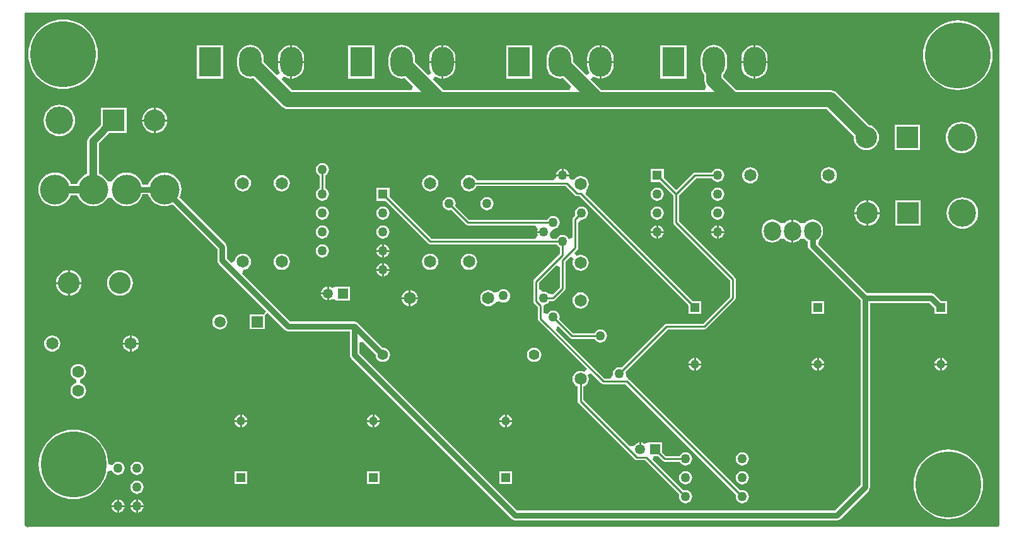
<source format=gbl>
G04 Layer_Physical_Order=2*
G04 Layer_Color=16711680*
%FSLAX25Y25*%
%MOIN*%
G70*
G01*
G75*
%ADD14C,0.01000*%
%ADD15C,0.08000*%
%ADD16C,0.05000*%
%ADD17R,0.05000X0.05000*%
%ADD18C,0.05512*%
%ADD19C,0.06299*%
%ADD20C,0.06496*%
%ADD21C,0.04724*%
%ADD22R,0.04724X0.04724*%
%ADD23C,0.05906*%
%ADD24R,0.05906X0.05906*%
%ADD25R,0.05315X0.05315*%
%ADD26C,0.05315*%
%ADD27C,0.11500*%
%ADD28C,0.34724*%
%ADD29R,0.11811X0.15748*%
%ADD30O,0.11811X0.15748*%
%ADD31C,0.11417*%
%ADD32R,0.11417X0.11417*%
%ADD33C,0.14567*%
%ADD34C,0.15748*%
%ADD35O,0.09055X0.10000*%
%ADD36C,0.03000*%
%ADD37C,0.04000*%
G36*
X616000Y230000D02*
X615586Y229000D01*
X102500D01*
X102348Y228848D01*
X100500Y229613D01*
Y500000D01*
X100914Y501000D01*
X616000D01*
Y230000D01*
D02*
G37*
%LPC*%
G36*
X160987Y325500D02*
X157268D01*
Y321781D01*
X157877Y321861D01*
X158910Y322289D01*
X159797Y322970D01*
X160478Y323858D01*
X160906Y324891D01*
X160987Y325500D01*
D02*
G37*
G36*
X156268Y330219D02*
X155659Y330139D01*
X154625Y329711D01*
X153738Y329030D01*
X153057Y328142D01*
X152629Y327109D01*
X152549Y326500D01*
X156268D01*
Y330219D01*
D02*
G37*
G36*
X115232Y330285D02*
X114123Y330139D01*
X113090Y329711D01*
X112203Y329030D01*
X111522Y328142D01*
X111094Y327109D01*
X110948Y326000D01*
X111094Y324891D01*
X111522Y323858D01*
X112203Y322970D01*
X113090Y322289D01*
X114123Y321861D01*
X115232Y321715D01*
X116341Y321861D01*
X117375Y322289D01*
X118262Y322970D01*
X118943Y323858D01*
X119371Y324891D01*
X119517Y326000D01*
X119371Y327109D01*
X118943Y328142D01*
X118262Y329030D01*
X117375Y329711D01*
X116341Y330139D01*
X115232Y330285D01*
D02*
G37*
G36*
X156268Y325500D02*
X152549D01*
X152629Y324891D01*
X153057Y323858D01*
X153738Y322970D01*
X154625Y322289D01*
X155659Y321861D01*
X156268Y321781D01*
Y325500D01*
D02*
G37*
G36*
X335500Y415052D02*
X334391Y414906D01*
X333358Y414478D01*
X332470Y413798D01*
X331789Y412910D01*
X331361Y411877D01*
X331215Y410768D01*
X331361Y409659D01*
X331789Y408625D01*
X332470Y407738D01*
X333358Y407057D01*
X334391Y406629D01*
X335500Y406483D01*
X336609Y406629D01*
X337642Y407057D01*
X338530Y407738D01*
X339211Y408625D01*
X339464Y409238D01*
X386652D01*
X391452Y404438D01*
X391948Y404107D01*
X392533Y403990D01*
X393847D01*
X451638Y346199D01*
Y341638D01*
X458362D01*
Y348362D01*
X453801D01*
X397334Y404829D01*
X397530Y407238D01*
X398211Y408125D01*
X398639Y409159D01*
X398785Y410268D01*
X398639Y411377D01*
X398211Y412410D01*
X397530Y413297D01*
X396642Y413978D01*
X395609Y414406D01*
X394500Y414552D01*
X393391Y414406D01*
X392358Y413978D01*
X391470Y413297D01*
X391065Y412769D01*
X389356Y412835D01*
X389210Y412879D01*
X388410Y414086D01*
X388464Y414500D01*
X381536D01*
X381562Y414297D01*
X381486Y413946D01*
X380267Y412297D01*
X339464D01*
X339211Y412910D01*
X338530Y413798D01*
X337642Y414478D01*
X336609Y414906D01*
X335500Y415052D01*
D02*
G37*
G36*
X523362Y348362D02*
X516638D01*
Y341638D01*
X523362D01*
Y348362D01*
D02*
G37*
G36*
X157268Y330219D02*
Y326500D01*
X160987D01*
X160906Y327109D01*
X160478Y328142D01*
X159797Y329030D01*
X158910Y329711D01*
X157877Y330139D01*
X157268Y330219D01*
D02*
G37*
G36*
X203815Y341487D02*
X202783Y341351D01*
X201821Y340953D01*
X200996Y340319D01*
X200362Y339493D01*
X199964Y338532D01*
X199828Y337500D01*
X199964Y336468D01*
X200362Y335507D01*
X200996Y334681D01*
X201821Y334047D01*
X202783Y333649D01*
X203815Y333513D01*
X204847Y333649D01*
X205808Y334047D01*
X206634Y334681D01*
X207268Y335507D01*
X207666Y336468D01*
X207802Y337500D01*
X207666Y338532D01*
X207268Y339493D01*
X206634Y340319D01*
X205808Y340953D01*
X204847Y341351D01*
X203815Y341487D01*
D02*
G37*
G36*
X370000Y323788D02*
X369020Y323659D01*
X368106Y323281D01*
X367321Y322679D01*
X366719Y321894D01*
X366341Y320981D01*
X366212Y320000D01*
X366341Y319020D01*
X366719Y318106D01*
X367321Y317321D01*
X368106Y316719D01*
X369020Y316341D01*
X370000Y316212D01*
X370981Y316341D01*
X371894Y316719D01*
X372679Y317321D01*
X373281Y318106D01*
X373659Y319020D01*
X373788Y320000D01*
X373659Y320981D01*
X373281Y321894D01*
X372679Y322679D01*
X371894Y323281D01*
X370981Y323659D01*
X370000Y323788D01*
D02*
G37*
G36*
X454500Y318325D02*
X454122Y318276D01*
X453304Y317937D01*
X452602Y317398D01*
X452063Y316696D01*
X451724Y315878D01*
X451675Y315500D01*
X454500D01*
Y318325D01*
D02*
G37*
G36*
X519500D02*
X519122Y318276D01*
X518304Y317937D01*
X517602Y317398D01*
X517063Y316696D01*
X516724Y315878D01*
X516675Y315500D01*
X519500D01*
Y318325D01*
D02*
G37*
G36*
X523325Y314500D02*
X520500D01*
Y311675D01*
X520878Y311724D01*
X521696Y312063D01*
X522398Y312602D01*
X522937Y313304D01*
X523276Y314122D01*
X523325Y314500D01*
D02*
G37*
G36*
X588325D02*
X585500D01*
Y311675D01*
X585878Y311724D01*
X586696Y312063D01*
X587398Y312602D01*
X587937Y313304D01*
X588276Y314122D01*
X588325Y314500D01*
D02*
G37*
G36*
X520500Y318325D02*
Y315500D01*
X523325D01*
X523276Y315878D01*
X522937Y316696D01*
X522398Y317398D01*
X521696Y317937D01*
X520878Y318276D01*
X520500Y318325D01*
D02*
G37*
G36*
X585500D02*
Y315500D01*
X588325D01*
X588276Y315878D01*
X587937Y316696D01*
X587398Y317398D01*
X586696Y317937D01*
X585878Y318276D01*
X585500Y318325D01*
D02*
G37*
G36*
X584500D02*
X584122Y318276D01*
X583304Y317937D01*
X582602Y317398D01*
X582063Y316696D01*
X581724Y315878D01*
X581675Y315500D01*
X584500D01*
Y318325D01*
D02*
G37*
G36*
X455500D02*
Y315500D01*
X458325D01*
X458276Y315878D01*
X457937Y316696D01*
X457398Y317398D01*
X456696Y317937D01*
X455878Y318276D01*
X455500Y318325D01*
D02*
G37*
G36*
X265216Y356157D02*
X264818Y355897D01*
X263216Y355409D01*
X262844Y355695D01*
X261955Y356063D01*
X261500Y356123D01*
Y352500D01*
Y348877D01*
X261955Y348937D01*
X262844Y349305D01*
X263216Y349591D01*
X264818Y349102D01*
X265216Y348843D01*
X265325Y348843D01*
X272532D01*
Y356157D01*
X265325D01*
X265216Y356157D01*
D02*
G37*
G36*
X123500Y364733D02*
X122677Y364652D01*
X121404Y364266D01*
X120232Y363640D01*
X119204Y362796D01*
X118360Y361768D01*
X117734Y360596D01*
X117348Y359323D01*
X117267Y358500D01*
X123500D01*
Y364733D01*
D02*
G37*
G36*
X260500Y356123D02*
X260045Y356063D01*
X259156Y355695D01*
X258391Y355109D01*
X257805Y354345D01*
X257437Y353455D01*
X257377Y353000D01*
X260500D01*
Y356123D01*
D02*
G37*
G36*
X353740Y354790D02*
X352826Y354670D01*
X351975Y354317D01*
X351244Y353756D01*
X351003Y353441D01*
X349342Y353131D01*
X348587Y353191D01*
X347910Y353711D01*
X346877Y354139D01*
X345768Y354285D01*
X344659Y354139D01*
X343625Y353711D01*
X342738Y353030D01*
X342057Y352142D01*
X341629Y351109D01*
X341483Y350000D01*
X341629Y348891D01*
X342057Y347858D01*
X342738Y346970D01*
X343625Y346289D01*
X344659Y345861D01*
X345768Y345715D01*
X346877Y345861D01*
X347910Y346289D01*
X348797Y346970D01*
X349478Y347858D01*
X349894Y348071D01*
X351754Y348372D01*
X351975Y348203D01*
X352826Y347850D01*
X353740Y347730D01*
X354654Y347850D01*
X355505Y348203D01*
X356236Y348764D01*
X356797Y349495D01*
X357150Y350346D01*
X357270Y351260D01*
X357150Y352173D01*
X356797Y353025D01*
X356236Y353756D01*
X355505Y354317D01*
X354654Y354670D01*
X353740Y354790D01*
D02*
G37*
G36*
X293464Y364500D02*
X290500D01*
Y361536D01*
X290914Y361590D01*
X291765Y361943D01*
X292496Y362504D01*
X293057Y363235D01*
X293410Y364086D01*
X293464Y364500D01*
D02*
G37*
G36*
X236500Y373517D02*
X235391Y373371D01*
X234358Y372943D01*
X233470Y372262D01*
X232789Y371375D01*
X232361Y370341D01*
X232215Y369232D01*
X232361Y368123D01*
X232789Y367090D01*
X233470Y366203D01*
X234358Y365522D01*
X235391Y365094D01*
X236500Y364948D01*
X237609Y365094D01*
X238642Y365522D01*
X239530Y366203D01*
X240211Y367090D01*
X240639Y368123D01*
X240785Y369232D01*
X240639Y370341D01*
X240211Y371375D01*
X239530Y372262D01*
X238642Y372943D01*
X237609Y373371D01*
X236500Y373517D01*
D02*
G37*
G36*
X124500Y364733D02*
Y358500D01*
X130733D01*
X130652Y359323D01*
X130266Y360596D01*
X129640Y361768D01*
X128796Y362796D01*
X127768Y363640D01*
X126596Y364266D01*
X125323Y364652D01*
X124500Y364733D01*
D02*
G37*
G36*
X289500Y364500D02*
X286536D01*
X286590Y364086D01*
X286943Y363235D01*
X287504Y362504D01*
X288235Y361943D01*
X289086Y361590D01*
X289500Y361536D01*
Y364500D01*
D02*
G37*
G36*
X130733Y357500D02*
X124500D01*
Y351267D01*
X125323Y351348D01*
X126596Y351734D01*
X127768Y352360D01*
X128796Y353204D01*
X129640Y354232D01*
X130266Y355404D01*
X130652Y356677D01*
X130733Y357500D01*
D02*
G37*
G36*
X308451Y349500D02*
X304732D01*
Y345781D01*
X305341Y345861D01*
X306375Y346289D01*
X307262Y346970D01*
X307943Y347858D01*
X308371Y348891D01*
X308451Y349500D01*
D02*
G37*
G36*
X260500Y352000D02*
X257377D01*
X257437Y351545D01*
X257805Y350656D01*
X258391Y349891D01*
X259156Y349305D01*
X260045Y348937D01*
X260500Y348877D01*
Y352000D01*
D02*
G37*
G36*
X394500Y353052D02*
X393391Y352906D01*
X392358Y352478D01*
X391470Y351797D01*
X390789Y350910D01*
X390361Y349877D01*
X390215Y348768D01*
X390361Y347659D01*
X390789Y346625D01*
X391470Y345738D01*
X392358Y345057D01*
X393391Y344629D01*
X394500Y344483D01*
X395609Y344629D01*
X396642Y345057D01*
X397530Y345738D01*
X398211Y346625D01*
X398639Y347659D01*
X398785Y348768D01*
X398639Y349877D01*
X398211Y350910D01*
X397530Y351797D01*
X396642Y352478D01*
X395609Y352906D01*
X394500Y353052D01*
D02*
G37*
G36*
X303732Y349500D02*
X300013D01*
X300094Y348891D01*
X300522Y347858D01*
X301203Y346970D01*
X302090Y346289D01*
X303123Y345861D01*
X303732Y345781D01*
Y349500D01*
D02*
G37*
G36*
X151000Y364783D02*
X149677Y364652D01*
X148404Y364266D01*
X147232Y363640D01*
X146204Y362796D01*
X145360Y361768D01*
X144734Y360596D01*
X144348Y359323D01*
X144217Y358000D01*
X144348Y356677D01*
X144734Y355404D01*
X145360Y354232D01*
X146204Y353204D01*
X147232Y352360D01*
X148404Y351734D01*
X149677Y351348D01*
X151000Y351217D01*
X152323Y351348D01*
X153596Y351734D01*
X154768Y352360D01*
X155796Y353204D01*
X156640Y354232D01*
X157266Y355404D01*
X157652Y356677D01*
X157783Y358000D01*
X157652Y359323D01*
X157266Y360596D01*
X156640Y361768D01*
X155796Y362796D01*
X154768Y363640D01*
X153596Y364266D01*
X152323Y364652D01*
X151000Y364783D01*
D02*
G37*
G36*
X123500Y357500D02*
X117267D01*
X117348Y356677D01*
X117734Y355404D01*
X118360Y354232D01*
X119204Y353204D01*
X120232Y352360D01*
X121404Y351734D01*
X122677Y351348D01*
X123500Y351267D01*
Y357500D01*
D02*
G37*
G36*
X303732Y354219D02*
X303123Y354139D01*
X302090Y353711D01*
X301203Y353030D01*
X300522Y352142D01*
X300094Y351109D01*
X300013Y350500D01*
X303732D01*
Y354219D01*
D02*
G37*
G36*
X304732D02*
Y350500D01*
X308451D01*
X308371Y351109D01*
X307943Y352142D01*
X307262Y353030D01*
X306375Y353711D01*
X305341Y354139D01*
X304732Y354219D01*
D02*
G37*
G36*
X458325Y314500D02*
X455500D01*
Y311675D01*
X455878Y311724D01*
X456696Y312063D01*
X457398Y312602D01*
X457937Y313304D01*
X458276Y314122D01*
X458325Y314500D01*
D02*
G37*
G36*
X480000Y258530D02*
X479086Y258410D01*
X478235Y258057D01*
X477504Y257496D01*
X476943Y256765D01*
X476590Y255914D01*
X476470Y255000D01*
X476590Y254086D01*
X476943Y253235D01*
X477504Y252504D01*
X478235Y251943D01*
X479086Y251590D01*
X480000Y251470D01*
X480914Y251590D01*
X481765Y251943D01*
X482496Y252504D01*
X483057Y253235D01*
X483410Y254086D01*
X483530Y255000D01*
X483410Y255914D01*
X483057Y256765D01*
X482496Y257496D01*
X481765Y258057D01*
X480914Y258410D01*
X480000Y258530D01*
D02*
G37*
G36*
X218362Y258362D02*
X211638D01*
Y251638D01*
X218362D01*
Y258362D01*
D02*
G37*
G36*
X160000Y253530D02*
X159086Y253410D01*
X158235Y253057D01*
X157504Y252496D01*
X156943Y251765D01*
X156590Y250914D01*
X156470Y250000D01*
X156590Y249086D01*
X156943Y248235D01*
X157504Y247504D01*
X158235Y246943D01*
X159086Y246590D01*
X160000Y246470D01*
X160914Y246590D01*
X161765Y246943D01*
X162496Y247504D01*
X163057Y248235D01*
X163410Y249086D01*
X163530Y250000D01*
X163410Y250914D01*
X163057Y251765D01*
X162496Y252496D01*
X161765Y253057D01*
X160914Y253410D01*
X160000Y253530D01*
D02*
G37*
G36*
X450000Y258530D02*
X449086Y258410D01*
X448235Y258057D01*
X447504Y257496D01*
X446943Y256765D01*
X446590Y255914D01*
X446470Y255000D01*
X446590Y254086D01*
X446943Y253235D01*
X447504Y252504D01*
X448235Y251943D01*
X449086Y251590D01*
X450000Y251470D01*
X450914Y251590D01*
X451765Y251943D01*
X452496Y252504D01*
X453057Y253235D01*
X453410Y254086D01*
X453530Y255000D01*
X453410Y255914D01*
X453057Y256765D01*
X452496Y257496D01*
X451765Y258057D01*
X450914Y258410D01*
X450000Y258530D01*
D02*
G37*
G36*
X126500Y280402D02*
X124098Y280244D01*
X121737Y279775D01*
X119458Y279001D01*
X117299Y277936D01*
X115298Y276599D01*
X113488Y275012D01*
X111901Y273202D01*
X110564Y271201D01*
X109499Y269042D01*
X108725Y266763D01*
X108256Y264402D01*
X108098Y262000D01*
X108256Y259598D01*
X108725Y257237D01*
X109499Y254958D01*
X110564Y252799D01*
X111901Y250798D01*
X113488Y248988D01*
X115298Y247401D01*
X117299Y246064D01*
X119458Y244999D01*
X121737Y244225D01*
X124098Y243756D01*
X126500Y243598D01*
X128902Y243756D01*
X131263Y244225D01*
X133542Y244999D01*
X135701Y246064D01*
X137702Y247401D01*
X139512Y248988D01*
X141099Y250798D01*
X142436Y252799D01*
X143501Y254958D01*
X144275Y257237D01*
X144497Y258355D01*
X146459Y259003D01*
X146652Y258937D01*
X146943Y258235D01*
X147504Y257504D01*
X148235Y256943D01*
X149086Y256590D01*
X150000Y256470D01*
X150914Y256590D01*
X151765Y256943D01*
X152496Y257504D01*
X153057Y258235D01*
X153410Y259086D01*
X153530Y260000D01*
X153410Y260914D01*
X153057Y261765D01*
X152496Y262496D01*
X151765Y263057D01*
X150914Y263410D01*
X150000Y263530D01*
X149086Y263410D01*
X148235Y263057D01*
X147504Y262496D01*
X146943Y261765D01*
X146881Y261615D01*
X144902Y262000D01*
X144744Y264402D01*
X144275Y266763D01*
X143501Y269042D01*
X142436Y271201D01*
X141099Y273202D01*
X139512Y275012D01*
X137702Y276599D01*
X135701Y277936D01*
X133542Y279001D01*
X131263Y279775D01*
X128902Y280244D01*
X126500Y280402D01*
D02*
G37*
G36*
X160000Y263530D02*
X159086Y263410D01*
X158235Y263057D01*
X157504Y262496D01*
X156943Y261765D01*
X156590Y260914D01*
X156470Y260000D01*
X156590Y259086D01*
X156943Y258235D01*
X157504Y257504D01*
X158235Y256943D01*
X159086Y256590D01*
X160000Y256470D01*
X160914Y256590D01*
X161765Y256943D01*
X162496Y257504D01*
X163057Y258235D01*
X163410Y259086D01*
X163530Y260000D01*
X163410Y260914D01*
X163057Y261765D01*
X162496Y262496D01*
X161765Y263057D01*
X160914Y263410D01*
X160000Y263530D01*
D02*
G37*
G36*
X288362Y258362D02*
X281638D01*
Y251638D01*
X288362D01*
Y258362D01*
D02*
G37*
G36*
X358362D02*
X351638D01*
Y251638D01*
X358362D01*
Y258362D01*
D02*
G37*
G36*
X160500Y243464D02*
Y240500D01*
X163464D01*
X163410Y240914D01*
X163057Y241765D01*
X162496Y242496D01*
X161765Y243057D01*
X160914Y243410D01*
X160500Y243464D01*
D02*
G37*
G36*
X149500Y239500D02*
X146536D01*
X146590Y239086D01*
X146943Y238235D01*
X147504Y237504D01*
X148235Y236943D01*
X149086Y236590D01*
X149500Y236536D01*
Y239500D01*
D02*
G37*
G36*
X153464D02*
X150500D01*
Y236536D01*
X150914Y236590D01*
X151765Y236943D01*
X152496Y237504D01*
X153057Y238235D01*
X153410Y239086D01*
X153464Y239500D01*
D02*
G37*
G36*
X589000Y269902D02*
X586598Y269744D01*
X584237Y269275D01*
X581958Y268501D01*
X579799Y267436D01*
X577798Y266099D01*
X575988Y264512D01*
X574401Y262702D01*
X573064Y260701D01*
X571999Y258542D01*
X571225Y256263D01*
X570756Y253902D01*
X570598Y251500D01*
X570756Y249098D01*
X571225Y246737D01*
X571999Y244458D01*
X573064Y242299D01*
X574401Y240298D01*
X575988Y238488D01*
X577798Y236901D01*
X579799Y235564D01*
X581958Y234499D01*
X584237Y233725D01*
X586598Y233256D01*
X589000Y233098D01*
X591402Y233256D01*
X593763Y233725D01*
X596042Y234499D01*
X598201Y235564D01*
X600202Y236901D01*
X602012Y238488D01*
X603599Y240298D01*
X604936Y242299D01*
X606001Y244458D01*
X606775Y246737D01*
X607244Y249098D01*
X607402Y251500D01*
X607244Y253902D01*
X606775Y256263D01*
X606001Y258542D01*
X604936Y260701D01*
X603599Y262702D01*
X602012Y264512D01*
X600202Y266099D01*
X598201Y267436D01*
X596042Y268501D01*
X593763Y269275D01*
X591402Y269744D01*
X589000Y269902D01*
D02*
G37*
G36*
X159500Y239500D02*
X156536D01*
X156590Y239086D01*
X156943Y238235D01*
X157504Y237504D01*
X158235Y236943D01*
X159086Y236590D01*
X159500Y236536D01*
Y239500D01*
D02*
G37*
G36*
X149500Y243464D02*
X149086Y243410D01*
X148235Y243057D01*
X147504Y242496D01*
X146943Y241765D01*
X146590Y240914D01*
X146536Y240500D01*
X149500D01*
Y243464D01*
D02*
G37*
G36*
X150500D02*
Y240500D01*
X153464D01*
X153410Y240914D01*
X153057Y241765D01*
X152496Y242496D01*
X151765Y243057D01*
X150914Y243410D01*
X150500Y243464D01*
D02*
G37*
G36*
X163464Y239500D02*
X160500D01*
Y236536D01*
X160914Y236590D01*
X161765Y236943D01*
X162496Y237504D01*
X163057Y238235D01*
X163410Y239086D01*
X163464Y239500D01*
D02*
G37*
G36*
X159500Y243464D02*
X159086Y243410D01*
X158235Y243057D01*
X157504Y242496D01*
X156943Y241765D01*
X156590Y240914D01*
X156536Y240500D01*
X159500D01*
Y243464D01*
D02*
G37*
G36*
X285500Y288325D02*
Y285500D01*
X288325D01*
X288276Y285878D01*
X287937Y286696D01*
X287398Y287398D01*
X286696Y287937D01*
X285878Y288276D01*
X285500Y288325D01*
D02*
G37*
G36*
X355500D02*
Y285500D01*
X358325D01*
X358276Y285878D01*
X357937Y286696D01*
X357398Y287398D01*
X356696Y287937D01*
X355878Y288276D01*
X355500Y288325D01*
D02*
G37*
G36*
X354500D02*
X354122Y288276D01*
X353304Y287937D01*
X352602Y287398D01*
X352063Y286696D01*
X351724Y285878D01*
X351675Y285500D01*
X354500D01*
Y288325D01*
D02*
G37*
G36*
X215500D02*
Y285500D01*
X218325D01*
X218276Y285878D01*
X217937Y286696D01*
X217398Y287398D01*
X216696Y287937D01*
X215878Y288276D01*
X215500Y288325D01*
D02*
G37*
G36*
X519500Y314500D02*
X516675D01*
X516724Y314122D01*
X517063Y313304D01*
X517602Y312602D01*
X518304Y312063D01*
X519122Y311724D01*
X519500Y311675D01*
Y314500D01*
D02*
G37*
G36*
X584500D02*
X581675D01*
X581724Y314122D01*
X582063Y313304D01*
X582602Y312602D01*
X583304Y312063D01*
X584122Y311724D01*
X584500Y311675D01*
Y314500D01*
D02*
G37*
G36*
X129000Y315185D02*
X127917Y315043D01*
X126907Y314625D01*
X126040Y313960D01*
X125375Y313093D01*
X124957Y312083D01*
X124815Y311000D01*
X124957Y309917D01*
X125375Y308907D01*
X126040Y308040D01*
X126907Y307375D01*
X127728Y307035D01*
X127917Y306513D01*
Y305487D01*
X127728Y304965D01*
X126907Y304625D01*
X126040Y303959D01*
X125375Y303093D01*
X124957Y302083D01*
X124815Y301000D01*
X124957Y299917D01*
X125375Y298907D01*
X126040Y298041D01*
X126907Y297375D01*
X127917Y296957D01*
X129000Y296815D01*
X130083Y296957D01*
X131093Y297375D01*
X131959Y298041D01*
X132625Y298907D01*
X133043Y299917D01*
X133185Y301000D01*
X133043Y302083D01*
X132625Y303093D01*
X131959Y303959D01*
X131093Y304625D01*
X130272Y304965D01*
X130083Y305487D01*
Y306513D01*
X130272Y307035D01*
X131093Y307375D01*
X131959Y308040D01*
X132625Y308907D01*
X133043Y309917D01*
X133185Y311000D01*
X133043Y312083D01*
X132625Y313093D01*
X131959Y313960D01*
X131093Y314625D01*
X130083Y315043D01*
X129000Y315185D01*
D02*
G37*
G36*
X454500Y314500D02*
X451675D01*
X451724Y314122D01*
X452063Y313304D01*
X452602Y312602D01*
X453304Y312063D01*
X454122Y311724D01*
X454500Y311675D01*
Y314500D01*
D02*
G37*
G36*
X284500Y288325D02*
X284122Y288276D01*
X283304Y287937D01*
X282602Y287398D01*
X282063Y286696D01*
X281724Y285878D01*
X281675Y285500D01*
X284500D01*
Y288325D01*
D02*
G37*
G36*
Y284500D02*
X281675D01*
X281724Y284122D01*
X282063Y283304D01*
X282602Y282602D01*
X283304Y282063D01*
X284122Y281724D01*
X284500Y281675D01*
Y284500D01*
D02*
G37*
G36*
X354500D02*
X351675D01*
X351724Y284122D01*
X352063Y283304D01*
X352602Y282602D01*
X353304Y282063D01*
X354122Y281724D01*
X354500Y281675D01*
Y284500D01*
D02*
G37*
G36*
X480000Y268530D02*
X479086Y268410D01*
X478235Y268057D01*
X477504Y267496D01*
X476943Y266765D01*
X476590Y265914D01*
X476470Y265000D01*
X476590Y264086D01*
X476943Y263235D01*
X477504Y262504D01*
X478235Y261943D01*
X479086Y261590D01*
X480000Y261470D01*
X480914Y261590D01*
X481765Y261943D01*
X482496Y262504D01*
X483057Y263235D01*
X483410Y264086D01*
X483530Y265000D01*
X483410Y265914D01*
X483057Y266765D01*
X482496Y267496D01*
X481765Y268057D01*
X480914Y268410D01*
X480000Y268530D01*
D02*
G37*
G36*
X214500Y284500D02*
X211675D01*
X211724Y284122D01*
X212063Y283304D01*
X212602Y282602D01*
X213304Y282063D01*
X214122Y281724D01*
X214500Y281675D01*
Y284500D01*
D02*
G37*
G36*
X358325D02*
X355500D01*
Y281675D01*
X355878Y281724D01*
X356696Y282063D01*
X357398Y282602D01*
X357937Y283304D01*
X358276Y284122D01*
X358325Y284500D01*
D02*
G37*
G36*
X214500Y288325D02*
X214122Y288276D01*
X213304Y287937D01*
X212602Y287398D01*
X212063Y286696D01*
X211724Y285878D01*
X211675Y285500D01*
X214500D01*
Y288325D01*
D02*
G37*
G36*
X218325Y284500D02*
X215500D01*
Y281675D01*
X215878Y281724D01*
X216696Y282063D01*
X217398Y282602D01*
X217937Y283304D01*
X218276Y284122D01*
X218325Y284500D01*
D02*
G37*
G36*
X288325D02*
X285500D01*
Y281675D01*
X285878Y281724D01*
X286696Y282063D01*
X287398Y282602D01*
X287937Y283304D01*
X288276Y284122D01*
X288325Y284500D01*
D02*
G37*
G36*
X168894Y443500D02*
X162702D01*
X162782Y442685D01*
X163166Y441420D01*
X163789Y440255D01*
X164627Y439233D01*
X165649Y438395D01*
X166814Y437772D01*
X168079Y437388D01*
X168894Y437308D01*
Y443500D01*
D02*
G37*
G36*
X176086D02*
X169894D01*
Y437308D01*
X170709Y437388D01*
X171974Y437772D01*
X173139Y438395D01*
X174161Y439233D01*
X174999Y440255D01*
X175622Y441420D01*
X176005Y442685D01*
X176086Y443500D01*
D02*
G37*
G36*
X573898Y441709D02*
X560480D01*
Y428291D01*
X573898D01*
Y441709D01*
D02*
G37*
G36*
X119000Y452323D02*
X117376Y452164D01*
X115815Y451690D01*
X114376Y450921D01*
X113114Y449886D01*
X112079Y448624D01*
X111310Y447185D01*
X110836Y445624D01*
X110677Y444000D01*
X110836Y442376D01*
X111310Y440815D01*
X112079Y439376D01*
X113114Y438114D01*
X114376Y437079D01*
X115815Y436310D01*
X117376Y435836D01*
X119000Y435676D01*
X120624Y435836D01*
X122185Y436310D01*
X123624Y437079D01*
X124886Y438114D01*
X125921Y439376D01*
X126690Y440815D01*
X127164Y442376D01*
X127323Y444000D01*
X127164Y445624D01*
X126690Y447185D01*
X125921Y448624D01*
X124886Y449886D01*
X123624Y450921D01*
X122185Y451690D01*
X120624Y452164D01*
X119000Y452323D01*
D02*
G37*
G36*
X594000Y496902D02*
X591598Y496744D01*
X589237Y496275D01*
X586958Y495501D01*
X584799Y494436D01*
X582798Y493099D01*
X580988Y491512D01*
X579401Y489702D01*
X578064Y487701D01*
X576999Y485542D01*
X576225Y483263D01*
X575756Y480902D01*
X575598Y478500D01*
X575756Y476098D01*
X576225Y473737D01*
X576999Y471458D01*
X578064Y469299D01*
X579401Y467298D01*
X580988Y465488D01*
X582798Y463901D01*
X584799Y462564D01*
X586958Y461499D01*
X589237Y460725D01*
X591598Y460256D01*
X594000Y460098D01*
X596402Y460256D01*
X598763Y460725D01*
X601042Y461499D01*
X603201Y462564D01*
X605202Y463901D01*
X607012Y465488D01*
X608599Y467298D01*
X609936Y469299D01*
X611001Y471458D01*
X611775Y473737D01*
X612244Y476098D01*
X612402Y478500D01*
X612244Y480902D01*
X611775Y483263D01*
X611001Y485542D01*
X609936Y487701D01*
X608599Y489702D01*
X607012Y491512D01*
X605202Y493099D01*
X603201Y494436D01*
X601042Y495501D01*
X598763Y496275D01*
X596402Y496744D01*
X594000Y496902D01*
D02*
G37*
G36*
X121000Y497402D02*
X118598Y497244D01*
X116237Y496775D01*
X113958Y496001D01*
X111799Y494936D01*
X109798Y493599D01*
X107988Y492012D01*
X106401Y490202D01*
X105064Y488201D01*
X103999Y486042D01*
X103225Y483763D01*
X102756Y481402D01*
X102598Y479000D01*
X102756Y476598D01*
X103225Y474237D01*
X103999Y471958D01*
X105064Y469799D01*
X106401Y467798D01*
X107988Y465988D01*
X109798Y464401D01*
X111799Y463064D01*
X113958Y461999D01*
X116237Y461225D01*
X118598Y460756D01*
X121000Y460598D01*
X123402Y460756D01*
X125763Y461225D01*
X128042Y461999D01*
X130201Y463064D01*
X132202Y464401D01*
X134012Y465988D01*
X135599Y467798D01*
X136936Y469799D01*
X138001Y471958D01*
X138775Y474237D01*
X139244Y476598D01*
X139402Y479000D01*
X139244Y481402D01*
X138775Y483763D01*
X138001Y486042D01*
X136936Y488201D01*
X135599Y490202D01*
X134012Y492012D01*
X132202Y493599D01*
X130201Y494936D01*
X128042Y496001D01*
X125763Y496775D01*
X123402Y497244D01*
X121000Y497402D01*
D02*
G37*
G36*
X168894Y450692D02*
X168079Y450612D01*
X166814Y450228D01*
X165649Y449605D01*
X164627Y448767D01*
X163789Y447745D01*
X163166Y446580D01*
X162782Y445315D01*
X162702Y444500D01*
X168894D01*
Y450692D01*
D02*
G37*
G36*
X169894D02*
Y444500D01*
X176086D01*
X176005Y445315D01*
X175622Y446580D01*
X174999Y447745D01*
X174161Y448767D01*
X173139Y449605D01*
X171974Y450228D01*
X170709Y450612D01*
X169894Y450692D01*
D02*
G37*
G36*
X595929Y443324D02*
X594305Y443164D01*
X592744Y442690D01*
X591305Y441921D01*
X590043Y440886D01*
X589008Y439624D01*
X588239Y438185D01*
X587766Y436624D01*
X587606Y435000D01*
X587766Y433376D01*
X588239Y431815D01*
X589008Y430376D01*
X590043Y429114D01*
X591305Y428079D01*
X592744Y427310D01*
X594305Y426836D01*
X595929Y426677D01*
X597553Y426836D01*
X599114Y427310D01*
X600553Y428079D01*
X601815Y429114D01*
X602850Y430376D01*
X603619Y431815D01*
X604093Y433376D01*
X604253Y435000D01*
X604093Y436624D01*
X603619Y438185D01*
X602850Y439624D01*
X601815Y440886D01*
X600553Y441921D01*
X599114Y442690D01*
X597553Y443164D01*
X595929Y443324D01*
D02*
G37*
G36*
X467000Y418530D02*
X466086Y418410D01*
X465235Y418057D01*
X464504Y417496D01*
X463943Y416765D01*
X463845Y416529D01*
X455000D01*
X454415Y416413D01*
X453919Y416081D01*
X445000Y407163D01*
X438500Y413663D01*
Y418500D01*
X431500D01*
Y411500D01*
X436337D01*
X443471Y404366D01*
Y390000D01*
X443587Y389415D01*
X443919Y388919D01*
X473471Y359366D01*
Y350634D01*
X459367Y336529D01*
X440000D01*
X439415Y336413D01*
X438919Y336081D01*
X416149Y313312D01*
X415914Y313410D01*
X415000Y313530D01*
X414086Y313410D01*
X413235Y313057D01*
X412504Y312496D01*
X411943Y311765D01*
X411590Y310914D01*
X411470Y310000D01*
X411532Y309529D01*
X410788Y308264D01*
X410070Y307529D01*
X407133D01*
X381632Y333031D01*
X382271Y335220D01*
X382554Y335283D01*
X388919Y328919D01*
X389415Y328587D01*
X390000Y328471D01*
X401845D01*
X401943Y328235D01*
X402504Y327504D01*
X403235Y326943D01*
X404086Y326590D01*
X405000Y326470D01*
X405914Y326590D01*
X406765Y326943D01*
X407496Y327504D01*
X408057Y328235D01*
X408410Y329086D01*
X408530Y330000D01*
X408410Y330914D01*
X408057Y331765D01*
X407496Y332496D01*
X406765Y333057D01*
X405914Y333410D01*
X405000Y333530D01*
X404086Y333410D01*
X403235Y333057D01*
X402504Y332496D01*
X401943Y331765D01*
X401845Y331529D01*
X390634D01*
X383312Y338851D01*
X383410Y339086D01*
X383530Y340000D01*
X383410Y340914D01*
X383057Y341765D01*
X382496Y342496D01*
X381765Y343057D01*
X380914Y343410D01*
X380000Y343530D01*
X379086Y343410D01*
X378235Y343057D01*
X377504Y342496D01*
X376943Y341765D01*
X376872Y341596D01*
X374872Y341993D01*
Y344523D01*
X374973Y346057D01*
X375914Y346590D01*
X376765Y346943D01*
X377496Y347504D01*
X378057Y348235D01*
X378155Y348471D01*
X380000D01*
X380585Y348587D01*
X381081Y348919D01*
X386081Y353919D01*
X386413Y354415D01*
X386529Y355000D01*
Y369367D01*
X389183Y372021D01*
X390789Y370875D01*
X390361Y369841D01*
X390215Y368732D01*
X390361Y367623D01*
X390789Y366590D01*
X391470Y365703D01*
X392358Y365022D01*
X393391Y364594D01*
X394500Y364448D01*
X395609Y364594D01*
X396642Y365022D01*
X397530Y365703D01*
X398211Y366590D01*
X398639Y367623D01*
X398785Y368732D01*
X398639Y369841D01*
X398211Y370875D01*
X397530Y371762D01*
X396642Y372443D01*
X395609Y372871D01*
X394500Y373017D01*
X393391Y372871D01*
X392358Y372443D01*
X391212Y374049D01*
X392786Y375623D01*
X393118Y376120D01*
X393234Y376705D01*
Y389778D01*
X393369Y390064D01*
X395000Y391470D01*
X395914Y391590D01*
X396765Y391943D01*
X397496Y392504D01*
X398057Y393235D01*
X398410Y394086D01*
X398530Y395000D01*
X398410Y395914D01*
X398057Y396765D01*
X397496Y397496D01*
X396765Y398057D01*
X395914Y398410D01*
X395000Y398530D01*
X394086Y398410D01*
X393235Y398057D01*
X392504Y397496D01*
X391943Y396765D01*
X391590Y395914D01*
X391470Y395000D01*
X391590Y394086D01*
X391688Y393851D01*
X390623Y392786D01*
X390292Y392290D01*
X390176Y391705D01*
Y381877D01*
X388176Y381480D01*
X388057Y381765D01*
X387496Y382496D01*
X386765Y383057D01*
X385914Y383410D01*
X385000Y383530D01*
X384086Y383410D01*
X383235Y383057D01*
X382504Y382496D01*
X381943Y381765D01*
X381845Y381529D01*
X379270D01*
X378589Y382488D01*
X378179Y383529D01*
X378410Y384086D01*
X378496Y384742D01*
X378601Y385071D01*
X379929Y386399D01*
X380258Y386504D01*
X380914Y386590D01*
X381765Y386943D01*
X382496Y387504D01*
X383057Y388235D01*
X383410Y389086D01*
X383530Y390000D01*
X383410Y390914D01*
X383057Y391765D01*
X382496Y392496D01*
X381765Y393057D01*
X380914Y393410D01*
X380000Y393530D01*
X379086Y393410D01*
X378235Y393057D01*
X377504Y392496D01*
X376943Y391765D01*
X376845Y391529D01*
X335633D01*
X328312Y398851D01*
X328410Y399086D01*
X328530Y400000D01*
X328410Y400914D01*
X328057Y401765D01*
X327496Y402496D01*
X326765Y403057D01*
X325914Y403410D01*
X325000Y403530D01*
X324086Y403410D01*
X323235Y403057D01*
X322504Y402496D01*
X321943Y401765D01*
X321590Y400914D01*
X321470Y400000D01*
X321590Y399086D01*
X321943Y398235D01*
X322504Y397504D01*
X323235Y396943D01*
X324086Y396590D01*
X325000Y396470D01*
X325914Y396590D01*
X326149Y396688D01*
X333919Y388919D01*
X334415Y388587D01*
X335000Y388471D01*
X370730D01*
X371411Y387512D01*
X371821Y386471D01*
X371590Y385914D01*
X371536Y385500D01*
X375000D01*
Y384500D01*
X371536D01*
X371590Y384086D01*
X371821Y383529D01*
X371411Y382488D01*
X370730Y381529D01*
X315634D01*
X293500Y403663D01*
Y408500D01*
X286500D01*
Y401500D01*
X291337D01*
X313919Y378919D01*
X314415Y378587D01*
X315000Y378471D01*
X381845D01*
X381943Y378235D01*
X382504Y377504D01*
X383235Y376943D01*
X383471Y376845D01*
Y373462D01*
X369919Y359910D01*
X369587Y359414D01*
X369471Y358828D01*
Y348343D01*
X369587Y347758D01*
X369919Y347262D01*
X371814Y345367D01*
Y339157D01*
X371930Y338572D01*
X372262Y338075D01*
X397788Y312549D01*
X396642Y310943D01*
X395609Y311371D01*
X394500Y311517D01*
X393391Y311371D01*
X392358Y310943D01*
X391470Y310262D01*
X390789Y309375D01*
X390361Y308341D01*
X390215Y307232D01*
X390361Y306123D01*
X390789Y305090D01*
X391470Y304203D01*
X392358Y303522D01*
X392971Y303268D01*
Y295500D01*
X393087Y294915D01*
X393419Y294419D01*
X393915Y294087D01*
X393938Y294082D01*
X423259Y264761D01*
X423756Y264429D01*
X424341Y264313D01*
X428524D01*
X446688Y246149D01*
X446590Y245914D01*
X446470Y245000D01*
X446590Y244086D01*
X446943Y243235D01*
X447504Y242504D01*
X448235Y241943D01*
X449086Y241590D01*
X450000Y241470D01*
X450914Y241590D01*
X451765Y241943D01*
X452496Y242504D01*
X453057Y243235D01*
X453410Y244086D01*
X453530Y245000D01*
X453410Y245914D01*
X453057Y246765D01*
X452496Y247496D01*
X451765Y248057D01*
X450914Y248410D01*
X450000Y248530D01*
X449086Y248410D01*
X448851Y248312D01*
X432668Y264495D01*
X433433Y266342D01*
X435432D01*
X437856Y263919D01*
X438352Y263587D01*
X438937Y263471D01*
X446845D01*
X446943Y263235D01*
X447504Y262504D01*
X448235Y261943D01*
X449086Y261590D01*
X450000Y261470D01*
X450914Y261590D01*
X451765Y261943D01*
X452496Y262504D01*
X453057Y263235D01*
X453410Y264086D01*
X453530Y265000D01*
X453410Y265914D01*
X453057Y266765D01*
X452496Y267496D01*
X451765Y268057D01*
X450914Y268410D01*
X450000Y268530D01*
X449086Y268410D01*
X448235Y268057D01*
X447504Y267496D01*
X446943Y266765D01*
X446845Y266529D01*
X439571D01*
X437595Y268505D01*
Y273657D01*
X430279D01*
Y273657D01*
X428555Y272993D01*
X428279Y272909D01*
X427908Y273195D01*
X427018Y273563D01*
X426563Y273623D01*
Y270000D01*
X425563D01*
Y273623D01*
X425108Y273563D01*
X424219Y273195D01*
X423454Y272609D01*
X423069Y272106D01*
X422329Y271808D01*
X420652Y271694D01*
X396029Y296317D01*
Y303268D01*
X396642Y303522D01*
X397530Y304203D01*
X398211Y305090D01*
X398639Y306123D01*
X398785Y307232D01*
X398639Y308341D01*
X398211Y309375D01*
X399816Y310521D01*
X405419Y304919D01*
X405915Y304587D01*
X406500Y304471D01*
X418366D01*
X476688Y246149D01*
X476590Y245914D01*
X476470Y245000D01*
X476590Y244086D01*
X476943Y243235D01*
X477504Y242504D01*
X478235Y241943D01*
X479086Y241590D01*
X480000Y241470D01*
X480914Y241590D01*
X481765Y241943D01*
X482496Y242504D01*
X483057Y243235D01*
X483410Y244086D01*
X483530Y245000D01*
X483410Y245914D01*
X483057Y246765D01*
X482496Y247496D01*
X481765Y248057D01*
X480914Y248410D01*
X480000Y248530D01*
X479086Y248410D01*
X478851Y248312D01*
X420081Y307081D01*
X419585Y307413D01*
X418693Y308683D01*
X418468Y309529D01*
X418530Y310000D01*
X418410Y310914D01*
X418312Y311149D01*
X440633Y333471D01*
X460000D01*
X460585Y333587D01*
X461081Y333919D01*
X476081Y348919D01*
X476413Y349415D01*
X476529Y350000D01*
Y360000D01*
X476413Y360585D01*
X476081Y361081D01*
X446529Y390634D01*
Y404366D01*
X455633Y413471D01*
X463845D01*
X463943Y413235D01*
X464504Y412504D01*
X465235Y411943D01*
X466086Y411590D01*
X467000Y411470D01*
X467914Y411590D01*
X468765Y411943D01*
X469496Y412504D01*
X470057Y413235D01*
X470410Y414086D01*
X470530Y415000D01*
X470410Y415914D01*
X470057Y416765D01*
X469496Y417496D01*
X468765Y418057D01*
X467914Y418410D01*
X467000Y418530D01*
D02*
G37*
G36*
X154449Y450709D02*
X141032D01*
Y441571D01*
X134644Y435183D01*
X134163Y434556D01*
X133861Y433826D01*
X133758Y433043D01*
Y415855D01*
X133371Y415738D01*
X131830Y414914D01*
X130478Y413805D01*
X129369Y412454D01*
X128545Y410912D01*
X128428Y410526D01*
X125060D01*
X124943Y410912D01*
X124119Y412454D01*
X123010Y413805D01*
X121659Y414914D01*
X120117Y415738D01*
X118444Y416246D01*
X116705Y416417D01*
X114965Y416246D01*
X113292Y415738D01*
X111751Y414914D01*
X110399Y413805D01*
X109291Y412454D01*
X108466Y410912D01*
X107959Y409240D01*
X107788Y407500D01*
X107959Y405760D01*
X108466Y404088D01*
X109291Y402546D01*
X110399Y401195D01*
X111751Y400086D01*
X113292Y399262D01*
X114965Y398754D01*
X116705Y398583D01*
X118444Y398754D01*
X120117Y399262D01*
X121659Y400086D01*
X123010Y401195D01*
X124119Y402546D01*
X124943Y404088D01*
X125060Y404474D01*
X128428D01*
X128545Y404088D01*
X129369Y402546D01*
X130478Y401195D01*
X131830Y400086D01*
X133371Y399262D01*
X135044Y398754D01*
X136784Y398583D01*
X138523Y398754D01*
X140196Y399262D01*
X141737Y400086D01*
X143089Y401195D01*
X144198Y402546D01*
X144508Y403126D01*
X146776D01*
X147086Y402546D01*
X148195Y401195D01*
X149546Y400086D01*
X151088Y399262D01*
X152760Y398754D01*
X154500Y398583D01*
X156240Y398754D01*
X157912Y399262D01*
X159454Y400086D01*
X160805Y401195D01*
X161914Y402546D01*
X162738Y404088D01*
X163000Y404951D01*
X166079D01*
X166341Y404088D01*
X167165Y402546D01*
X168273Y401195D01*
X169625Y400086D01*
X171166Y399262D01*
X172839Y398754D01*
X174579Y398583D01*
X176318Y398754D01*
X177991Y399262D01*
X178787Y399687D01*
X202451Y376023D01*
Y370000D01*
X202645Y369024D01*
X203198Y368198D01*
X228289Y343107D01*
X227114Y341453D01*
X225593Y341453D01*
X219547D01*
Y333547D01*
X227453D01*
Y339484D01*
X227453Y341114D01*
X229106Y342289D01*
X238198Y333198D01*
X239024Y332645D01*
X240000Y332451D01*
X272451D01*
Y320000D01*
X272645Y319024D01*
X273198Y318198D01*
X358198Y233198D01*
X359025Y232645D01*
X360000Y232451D01*
X530000D01*
X530975Y232645D01*
X531802Y233198D01*
X546802Y248198D01*
X547355Y249025D01*
X547549Y250000D01*
Y347451D01*
X578944D01*
X581638Y344757D01*
Y341638D01*
X588362D01*
Y348362D01*
X585243D01*
X581802Y351802D01*
X580975Y352355D01*
X580000Y352549D01*
X546056D01*
X520352Y378253D01*
X520261Y378659D01*
X520449Y380607D01*
X521072Y381085D01*
X521958Y382240D01*
X522515Y383585D01*
X522705Y385028D01*
Y385972D01*
X522515Y387415D01*
X521958Y388760D01*
X521072Y389915D01*
X519918Y390801D01*
X518573Y391358D01*
X517130Y391548D01*
X515687Y391358D01*
X514342Y390801D01*
X513188Y389915D01*
X513014Y389688D01*
X512977Y389668D01*
X510653D01*
X510616Y389688D01*
X510442Y389915D01*
X509288Y390801D01*
X507943Y391358D01*
X507000Y391482D01*
Y385500D01*
Y379518D01*
X507943Y379642D01*
X509288Y380199D01*
X510442Y381085D01*
X510616Y381312D01*
X510653Y381332D01*
X512977D01*
X513014Y381312D01*
X513188Y381085D01*
X514342Y380199D01*
X514581Y380100D01*
Y377870D01*
X514775Y376895D01*
X515328Y376068D01*
X542451Y348944D01*
Y251056D01*
X528944Y237549D01*
X361056D01*
X277549Y321056D01*
Y326233D01*
X279397Y326998D01*
X286233Y320162D01*
X286212Y320000D01*
X286341Y319020D01*
X286719Y318106D01*
X287321Y317321D01*
X288106Y316719D01*
X289019Y316341D01*
X290000Y316212D01*
X290981Y316341D01*
X291894Y316719D01*
X292679Y317321D01*
X293281Y318106D01*
X293659Y319020D01*
X293788Y320000D01*
X293659Y320981D01*
X293281Y321894D01*
X292679Y322679D01*
X291894Y323281D01*
X290981Y323659D01*
X290000Y323788D01*
X289838Y323767D01*
X276802Y336802D01*
X275975Y337355D01*
X275000Y337549D01*
X241056D01*
X215625Y362980D01*
X215796Y363874D01*
X216429Y365004D01*
X217109Y365094D01*
X218142Y365522D01*
X219030Y366203D01*
X219711Y367090D01*
X220139Y368123D01*
X220285Y369232D01*
X220139Y370341D01*
X219711Y371375D01*
X219030Y372262D01*
X218142Y372943D01*
X217109Y373371D01*
X216000Y373517D01*
X214891Y373371D01*
X213858Y372943D01*
X212970Y372262D01*
X212289Y371375D01*
X211861Y370341D01*
X211772Y369661D01*
X210642Y369028D01*
X209747Y368857D01*
X207549Y371056D01*
Y377079D01*
X207355Y378054D01*
X206802Y378881D01*
X182392Y403292D01*
X182817Y404088D01*
X183324Y405760D01*
X183496Y407500D01*
X183324Y409240D01*
X182817Y410912D01*
X181993Y412454D01*
X180884Y413805D01*
X179533Y414914D01*
X177991Y415738D01*
X176318Y416246D01*
X174579Y416417D01*
X172839Y416246D01*
X171166Y415738D01*
X169625Y414914D01*
X168273Y413805D01*
X167165Y412454D01*
X166341Y410912D01*
X166079Y410049D01*
X163000D01*
X162738Y410912D01*
X161914Y412454D01*
X160805Y413805D01*
X159454Y414914D01*
X157912Y415738D01*
X156240Y416246D01*
X154500Y416417D01*
X152760Y416246D01*
X151088Y415738D01*
X149546Y414914D01*
X148195Y413805D01*
X147086Y412454D01*
X146776Y411874D01*
X144508D01*
X144198Y412454D01*
X143089Y413805D01*
X141737Y414914D01*
X140196Y415738D01*
X139809Y415855D01*
Y431790D01*
X145311Y437291D01*
X154449D01*
Y450709D01*
D02*
G37*
G36*
X236500Y415052D02*
X235391Y414906D01*
X234358Y414478D01*
X233470Y413797D01*
X232789Y412910D01*
X232361Y411877D01*
X232215Y410768D01*
X232361Y409659D01*
X232789Y408625D01*
X233470Y407738D01*
X234358Y407057D01*
X235391Y406629D01*
X236500Y406483D01*
X237609Y406629D01*
X238642Y407057D01*
X239530Y407738D01*
X240211Y408625D01*
X240639Y409659D01*
X240785Y410768D01*
X240639Y411877D01*
X240211Y412910D01*
X239530Y413797D01*
X238642Y414478D01*
X237609Y414906D01*
X236500Y415052D01*
D02*
G37*
G36*
X315000Y415052D02*
X313891Y414906D01*
X312858Y414478D01*
X311970Y413798D01*
X311289Y412910D01*
X310861Y411877D01*
X310715Y410768D01*
X310861Y409659D01*
X311289Y408625D01*
X311970Y407738D01*
X312858Y407057D01*
X313891Y406629D01*
X315000Y406483D01*
X316109Y406629D01*
X317142Y407057D01*
X318030Y407738D01*
X318711Y408625D01*
X319139Y409659D01*
X319285Y410768D01*
X319139Y411877D01*
X318711Y412910D01*
X318030Y413798D01*
X317142Y414478D01*
X316109Y414906D01*
X315000Y415052D01*
D02*
G37*
G36*
X384500Y418464D02*
X384086Y418410D01*
X383235Y418057D01*
X382504Y417496D01*
X381943Y416765D01*
X381590Y415914D01*
X381536Y415500D01*
X384500D01*
Y418464D01*
D02*
G37*
G36*
X385500D02*
Y415500D01*
X388464D01*
X388410Y415914D01*
X388057Y416765D01*
X387496Y417496D01*
X386765Y418057D01*
X385914Y418410D01*
X385500Y418464D01*
D02*
G37*
G36*
X484232Y419285D02*
X483123Y419139D01*
X482090Y418711D01*
X481203Y418030D01*
X480522Y417142D01*
X480094Y416109D01*
X479948Y415000D01*
X480094Y413891D01*
X480522Y412858D01*
X481203Y411970D01*
X482090Y411289D01*
X483123Y410861D01*
X484232Y410715D01*
X485341Y410861D01*
X486375Y411289D01*
X487262Y411970D01*
X487943Y412858D01*
X488371Y413891D01*
X488517Y415000D01*
X488371Y416109D01*
X487943Y417142D01*
X487262Y418030D01*
X486375Y418711D01*
X485341Y419139D01*
X484232Y419285D01*
D02*
G37*
G36*
X525768D02*
X524659Y419139D01*
X523625Y418711D01*
X522738Y418030D01*
X522057Y417142D01*
X521629Y416109D01*
X521483Y415000D01*
X521629Y413891D01*
X522057Y412858D01*
X522738Y411970D01*
X523625Y411289D01*
X524659Y410861D01*
X525768Y410715D01*
X526877Y410861D01*
X527910Y411289D01*
X528797Y411970D01*
X529478Y412858D01*
X529906Y413891D01*
X530052Y415000D01*
X529906Y416109D01*
X529478Y417142D01*
X528797Y418030D01*
X527910Y418711D01*
X526877Y419139D01*
X525768Y419285D01*
D02*
G37*
G36*
X205449Y483874D02*
X191638D01*
Y466126D01*
X205449D01*
Y483874D01*
D02*
G37*
G36*
X320957Y483858D02*
X320103Y483774D01*
X318801Y483379D01*
X317602Y482738D01*
X316550Y481875D01*
X315687Y480824D01*
X315046Y479624D01*
X314651Y478322D01*
X314518Y476968D01*
Y475500D01*
X320957D01*
Y483858D01*
D02*
G37*
G36*
X321957D02*
Y475500D01*
X328396D01*
Y476968D01*
X328262Y478322D01*
X327867Y479624D01*
X327226Y480824D01*
X326363Y481875D01*
X325312Y482738D01*
X324112Y483379D01*
X322810Y483774D01*
X321957Y483858D01*
D02*
G37*
G36*
X240957D02*
X240103Y483774D01*
X238801Y483379D01*
X237602Y482738D01*
X236550Y481875D01*
X235687Y480824D01*
X235046Y479624D01*
X234651Y478322D01*
X234518Y476968D01*
Y475500D01*
X240957D01*
Y483858D01*
D02*
G37*
G36*
X241957D02*
Y475500D01*
X248396D01*
Y476968D01*
X248262Y478322D01*
X247867Y479624D01*
X247226Y480824D01*
X246363Y481875D01*
X245312Y482738D01*
X244112Y483379D01*
X242810Y483774D01*
X241957Y483858D01*
D02*
G37*
G36*
X485957D02*
X485103Y483774D01*
X483801Y483379D01*
X482602Y482738D01*
X481550Y481875D01*
X480687Y480824D01*
X480046Y479624D01*
X479651Y478322D01*
X479518Y476968D01*
Y475500D01*
X485957D01*
Y483858D01*
D02*
G37*
G36*
X486957D02*
Y475500D01*
X493396D01*
Y476968D01*
X493262Y478322D01*
X492867Y479624D01*
X492226Y480824D01*
X491363Y481875D01*
X490312Y482738D01*
X489112Y483379D01*
X487810Y483774D01*
X486957Y483858D01*
D02*
G37*
G36*
X404500D02*
X403646Y483774D01*
X402345Y483379D01*
X401145Y482738D01*
X400093Y481875D01*
X399231Y480824D01*
X398589Y479624D01*
X398194Y478322D01*
X398061Y476968D01*
Y475500D01*
X404500D01*
Y483858D01*
D02*
G37*
G36*
X405500D02*
Y475500D01*
X411939D01*
Y476968D01*
X411806Y478322D01*
X411411Y479624D01*
X410770Y480824D01*
X409907Y481875D01*
X408855Y482738D01*
X407655Y483379D01*
X406354Y483774D01*
X405500Y483858D01*
D02*
G37*
G36*
X493396Y474500D02*
X486957D01*
Y466142D01*
X487810Y466226D01*
X489112Y466621D01*
X490312Y467262D01*
X491363Y468125D01*
X492226Y469176D01*
X492867Y470376D01*
X493262Y471678D01*
X493396Y473032D01*
Y474500D01*
D02*
G37*
G36*
X450449Y483874D02*
X436638D01*
Y466126D01*
X450449D01*
Y483874D01*
D02*
G37*
G36*
X248396Y474500D02*
X241957D01*
Y466142D01*
X242810Y466226D01*
X244112Y466621D01*
X245312Y467262D01*
X246363Y468125D01*
X247226Y469176D01*
X247867Y470376D01*
X248262Y471678D01*
X248396Y473032D01*
Y474500D01*
D02*
G37*
G36*
X285449Y483874D02*
X271638D01*
Y466126D01*
X285449D01*
Y483874D01*
D02*
G37*
G36*
X368992D02*
X355181D01*
Y466126D01*
X368992D01*
Y483874D01*
D02*
G37*
G36*
X411939Y474500D02*
X405500D01*
Y466142D01*
X406354Y466226D01*
X407655Y466621D01*
X408855Y467262D01*
X409907Y468125D01*
X410770Y469176D01*
X411411Y470376D01*
X411806Y471678D01*
X411939Y473032D01*
Y474500D01*
D02*
G37*
G36*
X485957D02*
X479518D01*
Y473032D01*
X479651Y471678D01*
X480046Y470376D01*
X480687Y469176D01*
X481550Y468125D01*
X482602Y467262D01*
X483801Y466621D01*
X485103Y466226D01*
X485957Y466142D01*
Y474500D01*
D02*
G37*
G36*
X328396D02*
X321957D01*
Y466142D01*
X322810Y466226D01*
X324112Y466621D01*
X325312Y467262D01*
X326363Y468125D01*
X327226Y469176D01*
X327867Y470376D01*
X328262Y471678D01*
X328396Y473032D01*
Y474500D01*
D02*
G37*
G36*
X465000Y483907D02*
X463646Y483774D01*
X462345Y483379D01*
X461145Y482738D01*
X460093Y481875D01*
X459231Y480824D01*
X458589Y479624D01*
X458194Y478322D01*
X458061Y476968D01*
Y473032D01*
X458194Y471678D01*
X458589Y470376D01*
X459231Y469176D01*
X459957Y468291D01*
Y465000D01*
X460129Y463695D01*
X460633Y462478D01*
X460966Y462043D01*
X460147Y460043D01*
X405632D01*
X399996Y465680D01*
X401145Y467262D01*
X402345Y466621D01*
X403646Y466226D01*
X404500Y466142D01*
Y474500D01*
X398061D01*
Y473032D01*
X398194Y471678D01*
X398589Y470376D01*
X399231Y469176D01*
X397648Y468027D01*
X390482Y475193D01*
Y476968D01*
X390349Y478322D01*
X389954Y479624D01*
X389313Y480824D01*
X388450Y481875D01*
X387398Y482738D01*
X386199Y483379D01*
X384897Y483774D01*
X383543Y483907D01*
X382190Y483774D01*
X380888Y483379D01*
X379688Y482738D01*
X378637Y481875D01*
X377774Y480824D01*
X377133Y479624D01*
X376738Y478322D01*
X376604Y476968D01*
Y473032D01*
X376738Y471678D01*
X377133Y470376D01*
X377774Y469176D01*
X378637Y468125D01*
X379688Y467262D01*
X380888Y466621D01*
X382190Y466226D01*
X383543Y466093D01*
X384897Y466226D01*
X385118Y466293D01*
X389520Y461891D01*
X388755Y460043D01*
X322089D01*
X316452Y465680D01*
X317602Y467262D01*
X318801Y466621D01*
X320103Y466226D01*
X320957Y466142D01*
Y474500D01*
X314518D01*
Y473032D01*
X314651Y471678D01*
X315046Y470376D01*
X315687Y469176D01*
X314105Y468027D01*
X306939Y475193D01*
Y476968D01*
X306806Y478322D01*
X306411Y479624D01*
X305769Y480824D01*
X304907Y481875D01*
X303855Y482738D01*
X302655Y483379D01*
X301354Y483774D01*
X300000Y483907D01*
X298646Y483774D01*
X297345Y483379D01*
X296145Y482738D01*
X295093Y481875D01*
X294231Y480824D01*
X293589Y479624D01*
X293194Y478322D01*
X293061Y476968D01*
Y473032D01*
X293194Y471678D01*
X293589Y470376D01*
X294231Y469176D01*
X295093Y468125D01*
X296145Y467262D01*
X297345Y466621D01*
X298646Y466226D01*
X300000Y466093D01*
X301354Y466226D01*
X301575Y466293D01*
X305977Y461891D01*
X305212Y460043D01*
X242089D01*
X236452Y465680D01*
X237602Y467262D01*
X238801Y466621D01*
X240103Y466226D01*
X240957Y466142D01*
Y474500D01*
X234518D01*
Y473032D01*
X234651Y471678D01*
X235046Y470376D01*
X235687Y469176D01*
X234105Y468027D01*
X226939Y475193D01*
Y476968D01*
X226806Y478322D01*
X226411Y479624D01*
X225769Y480824D01*
X224907Y481875D01*
X223855Y482738D01*
X222655Y483379D01*
X221354Y483774D01*
X220000Y483907D01*
X218646Y483774D01*
X217345Y483379D01*
X216145Y482738D01*
X215093Y481875D01*
X214230Y480824D01*
X213589Y479624D01*
X213194Y478322D01*
X213061Y476968D01*
Y473032D01*
X213194Y471678D01*
X213589Y470376D01*
X214230Y469176D01*
X215093Y468125D01*
X216145Y467262D01*
X217345Y466621D01*
X218646Y466226D01*
X220000Y466093D01*
X221354Y466226D01*
X221575Y466293D01*
X236434Y451434D01*
X237478Y450632D01*
X238695Y450129D01*
X240000Y449957D01*
X475000D01*
X475000Y449957D01*
X475000Y449957D01*
X524446D01*
X538849Y435554D01*
X538794Y435000D01*
X538924Y433685D01*
X539307Y432420D01*
X539930Y431255D01*
X540769Y430233D01*
X541790Y429395D01*
X542956Y428772D01*
X544220Y428388D01*
X545535Y428259D01*
X546850Y428388D01*
X548115Y428772D01*
X549281Y429395D01*
X550302Y430233D01*
X551140Y431255D01*
X551763Y432420D01*
X552147Y433685D01*
X552277Y435000D01*
X552147Y436315D01*
X551763Y437580D01*
X551140Y438745D01*
X550302Y439767D01*
X549281Y440605D01*
X548115Y441228D01*
X547145Y441522D01*
X530101Y458566D01*
X529057Y459368D01*
X527841Y459871D01*
X526535Y460043D01*
X477089D01*
X470043Y467089D01*
Y468291D01*
X470770Y469176D01*
X471411Y470376D01*
X471806Y471678D01*
X471939Y473032D01*
Y476968D01*
X471806Y478322D01*
X471411Y479624D01*
X470770Y480824D01*
X469907Y481875D01*
X468855Y482738D01*
X467655Y483379D01*
X466354Y483774D01*
X465000Y483907D01*
D02*
G37*
G36*
X216000Y415052D02*
X214891Y414906D01*
X213858Y414478D01*
X212970Y413797D01*
X212289Y412910D01*
X211861Y411877D01*
X211715Y410768D01*
X211861Y409659D01*
X212289Y408625D01*
X212970Y407738D01*
X213858Y407057D01*
X214891Y406629D01*
X216000Y406483D01*
X217109Y406629D01*
X218142Y407057D01*
X219030Y407738D01*
X219711Y408625D01*
X220139Y409659D01*
X220285Y410768D01*
X220139Y411877D01*
X219711Y412910D01*
X219030Y413797D01*
X218142Y414478D01*
X217109Y414906D01*
X216000Y415052D01*
D02*
G37*
G36*
X290000Y388530D02*
X289086Y388410D01*
X288235Y388057D01*
X287504Y387496D01*
X286943Y386765D01*
X286590Y385914D01*
X286470Y385000D01*
X286590Y384086D01*
X286943Y383235D01*
X287504Y382504D01*
X288235Y381943D01*
X289086Y381590D01*
X290000Y381470D01*
X290914Y381590D01*
X291765Y381943D01*
X292496Y382504D01*
X293057Y383235D01*
X293410Y384086D01*
X293530Y385000D01*
X293410Y385914D01*
X293057Y386765D01*
X292496Y387496D01*
X291765Y388057D01*
X290914Y388410D01*
X290000Y388530D01*
D02*
G37*
G36*
X434500Y384500D02*
X431536D01*
X431590Y384086D01*
X431943Y383235D01*
X432504Y382504D01*
X433235Y381943D01*
X434086Y381590D01*
X434500Y381536D01*
Y384500D01*
D02*
G37*
G36*
X495870Y391548D02*
X494427Y391358D01*
X493082Y390801D01*
X491928Y389915D01*
X491042Y388760D01*
X490485Y387415D01*
X490295Y385972D01*
Y385028D01*
X490485Y383585D01*
X491042Y382240D01*
X491928Y381085D01*
X493082Y380199D01*
X494427Y379642D01*
X495870Y379452D01*
X497313Y379642D01*
X498658Y380199D01*
X499812Y381085D01*
X499986Y381312D01*
X500023Y381332D01*
X502347D01*
X502384Y381312D01*
X502558Y381085D01*
X503712Y380199D01*
X505057Y379642D01*
X506000Y379518D01*
Y385500D01*
Y391482D01*
X505057Y391358D01*
X503712Y390801D01*
X502558Y389915D01*
X502384Y389688D01*
X502347Y389668D01*
X500023D01*
X499986Y389688D01*
X499812Y389915D01*
X498658Y390801D01*
X497313Y391358D01*
X495870Y391548D01*
D02*
G37*
G36*
X258000Y388530D02*
X257086Y388410D01*
X256235Y388057D01*
X255504Y387496D01*
X254943Y386765D01*
X254590Y385914D01*
X254470Y385000D01*
X254590Y384086D01*
X254943Y383235D01*
X255504Y382504D01*
X256235Y381943D01*
X257086Y381590D01*
X258000Y381470D01*
X258914Y381590D01*
X259765Y381943D01*
X260496Y382504D01*
X261057Y383235D01*
X261410Y384086D01*
X261530Y385000D01*
X261410Y385914D01*
X261057Y386765D01*
X260496Y387496D01*
X259765Y388057D01*
X258914Y388410D01*
X258000Y388530D01*
D02*
G37*
G36*
X470464Y384500D02*
X467500D01*
Y381536D01*
X467914Y381590D01*
X468765Y381943D01*
X469496Y382504D01*
X470057Y383235D01*
X470410Y384086D01*
X470464Y384500D01*
D02*
G37*
G36*
X434500Y388464D02*
X434086Y388410D01*
X433235Y388057D01*
X432504Y387496D01*
X431943Y386765D01*
X431590Y385914D01*
X431536Y385500D01*
X434500D01*
Y388464D01*
D02*
G37*
G36*
X438464Y384500D02*
X435500D01*
Y381536D01*
X435914Y381590D01*
X436765Y381943D01*
X437496Y382504D01*
X438057Y383235D01*
X438410Y384086D01*
X438464Y384500D01*
D02*
G37*
G36*
X466500D02*
X463536D01*
X463590Y384086D01*
X463943Y383235D01*
X464504Y382504D01*
X465235Y381943D01*
X466086Y381590D01*
X466500Y381536D01*
Y384500D01*
D02*
G37*
G36*
X290500Y378464D02*
Y375500D01*
X293464D01*
X293410Y375914D01*
X293057Y376765D01*
X292496Y377496D01*
X291765Y378057D01*
X290914Y378410D01*
X290500Y378464D01*
D02*
G37*
G36*
X289500Y368464D02*
X289086Y368410D01*
X288235Y368057D01*
X287504Y367496D01*
X286943Y366765D01*
X286590Y365914D01*
X286536Y365500D01*
X289500D01*
Y368464D01*
D02*
G37*
G36*
X290500D02*
Y365500D01*
X293464D01*
X293410Y365914D01*
X293057Y366765D01*
X292496Y367496D01*
X291765Y368057D01*
X290914Y368410D01*
X290500Y368464D01*
D02*
G37*
G36*
X315000Y373517D02*
X313891Y373371D01*
X312858Y372943D01*
X311970Y372262D01*
X311289Y371375D01*
X310861Y370341D01*
X310715Y369232D01*
X310861Y368123D01*
X311289Y367090D01*
X311970Y366203D01*
X312858Y365522D01*
X313891Y365094D01*
X315000Y364948D01*
X316109Y365094D01*
X317142Y365522D01*
X318030Y366203D01*
X318711Y367090D01*
X319139Y368123D01*
X319285Y369232D01*
X319139Y370341D01*
X318711Y371375D01*
X318030Y372262D01*
X317142Y372943D01*
X316109Y373371D01*
X315000Y373517D01*
D02*
G37*
G36*
X335500D02*
X334391Y373371D01*
X333358Y372943D01*
X332470Y372262D01*
X331789Y371375D01*
X331361Y370341D01*
X331215Y369232D01*
X331361Y368123D01*
X331789Y367090D01*
X332470Y366203D01*
X333358Y365522D01*
X334391Y365094D01*
X335500Y364948D01*
X336609Y365094D01*
X337642Y365522D01*
X338530Y366203D01*
X339211Y367090D01*
X339639Y368123D01*
X339785Y369232D01*
X339639Y370341D01*
X339211Y371375D01*
X338530Y372262D01*
X337642Y372943D01*
X336609Y373371D01*
X335500Y373517D01*
D02*
G37*
G36*
X293464Y374500D02*
X290500D01*
Y371536D01*
X290914Y371590D01*
X291765Y371943D01*
X292496Y372504D01*
X293057Y373235D01*
X293410Y374086D01*
X293464Y374500D01*
D02*
G37*
G36*
X289500Y378464D02*
X289086Y378410D01*
X288235Y378057D01*
X287504Y377496D01*
X286943Y376765D01*
X286590Y375914D01*
X286536Y375500D01*
X289500D01*
Y378464D01*
D02*
G37*
G36*
X258000Y378530D02*
X257086Y378410D01*
X256235Y378057D01*
X255504Y377496D01*
X254943Y376765D01*
X254590Y375914D01*
X254470Y375000D01*
X254590Y374086D01*
X254943Y373235D01*
X255504Y372504D01*
X256235Y371943D01*
X257086Y371590D01*
X258000Y371470D01*
X258914Y371590D01*
X259765Y371943D01*
X260496Y372504D01*
X261057Y373235D01*
X261410Y374086D01*
X261530Y375000D01*
X261410Y375914D01*
X261057Y376765D01*
X260496Y377496D01*
X259765Y378057D01*
X258914Y378410D01*
X258000Y378530D01*
D02*
G37*
G36*
X289500Y374500D02*
X286536D01*
X286590Y374086D01*
X286943Y373235D01*
X287504Y372504D01*
X288235Y371943D01*
X289086Y371590D01*
X289500Y371536D01*
Y374500D01*
D02*
G37*
G36*
X545535Y401692D02*
X544720Y401612D01*
X543456Y401228D01*
X542290Y400605D01*
X541269Y399767D01*
X540430Y398745D01*
X539807Y397580D01*
X539424Y396315D01*
X539344Y395500D01*
X545535D01*
Y401692D01*
D02*
G37*
G36*
X546535D02*
Y395500D01*
X552727D01*
X552647Y396315D01*
X552263Y397580D01*
X551640Y398745D01*
X550802Y399767D01*
X549781Y400605D01*
X548615Y401228D01*
X547351Y401612D01*
X546535Y401692D01*
D02*
G37*
G36*
X435000Y398530D02*
X434086Y398410D01*
X433235Y398057D01*
X432504Y397496D01*
X431943Y396765D01*
X431590Y395914D01*
X431470Y395000D01*
X431590Y394086D01*
X431943Y393235D01*
X432504Y392504D01*
X433235Y391943D01*
X434086Y391590D01*
X435000Y391470D01*
X435914Y391590D01*
X436765Y391943D01*
X437496Y392504D01*
X438057Y393235D01*
X438410Y394086D01*
X438530Y395000D01*
X438410Y395914D01*
X438057Y396765D01*
X437496Y397496D01*
X436765Y398057D01*
X435914Y398410D01*
X435000Y398530D01*
D02*
G37*
G36*
X467000D02*
X466086Y398410D01*
X465235Y398057D01*
X464504Y397496D01*
X463943Y396765D01*
X463590Y395914D01*
X463470Y395000D01*
X463590Y394086D01*
X463943Y393235D01*
X464504Y392504D01*
X465235Y391943D01*
X466086Y391590D01*
X467000Y391470D01*
X467914Y391590D01*
X468765Y391943D01*
X469496Y392504D01*
X470057Y393235D01*
X470410Y394086D01*
X470530Y395000D01*
X470410Y395914D01*
X470057Y396765D01*
X469496Y397496D01*
X468765Y398057D01*
X467914Y398410D01*
X467000Y398530D01*
D02*
G37*
G36*
X435000Y408530D02*
X434086Y408410D01*
X433235Y408057D01*
X432504Y407496D01*
X431943Y406765D01*
X431590Y405914D01*
X431470Y405000D01*
X431590Y404086D01*
X431943Y403235D01*
X432504Y402504D01*
X433235Y401943D01*
X434086Y401590D01*
X435000Y401470D01*
X435914Y401590D01*
X436765Y401943D01*
X437496Y402504D01*
X438057Y403235D01*
X438410Y404086D01*
X438530Y405000D01*
X438410Y405914D01*
X438057Y406765D01*
X437496Y407496D01*
X436765Y408057D01*
X435914Y408410D01*
X435000Y408530D01*
D02*
G37*
G36*
X467000D02*
X466086Y408410D01*
X465235Y408057D01*
X464504Y407496D01*
X463943Y406765D01*
X463590Y405914D01*
X463470Y405000D01*
X463590Y404086D01*
X463943Y403235D01*
X464504Y402504D01*
X465235Y401943D01*
X466086Y401590D01*
X467000Y401470D01*
X467914Y401590D01*
X468765Y401943D01*
X469496Y402504D01*
X470057Y403235D01*
X470410Y404086D01*
X470530Y405000D01*
X470410Y405914D01*
X470057Y406765D01*
X469496Y407496D01*
X468765Y408057D01*
X467914Y408410D01*
X467000Y408530D01*
D02*
G37*
G36*
X345000Y403530D02*
X344086Y403410D01*
X343235Y403057D01*
X342504Y402496D01*
X341943Y401765D01*
X341590Y400914D01*
X341470Y400000D01*
X341590Y399086D01*
X341943Y398235D01*
X342504Y397504D01*
X343235Y396943D01*
X344086Y396590D01*
X345000Y396470D01*
X345914Y396590D01*
X346765Y396943D01*
X347496Y397504D01*
X348057Y398235D01*
X348410Y399086D01*
X348530Y400000D01*
X348410Y400914D01*
X348057Y401765D01*
X347496Y402496D01*
X346765Y403057D01*
X345914Y403410D01*
X345000Y403530D01*
D02*
G37*
G36*
X258000Y421530D02*
X257086Y421410D01*
X256235Y421057D01*
X255504Y420496D01*
X254943Y419765D01*
X254590Y418914D01*
X254470Y418000D01*
X254590Y417086D01*
X254943Y416235D01*
X255504Y415504D01*
X256235Y414943D01*
X256471Y414845D01*
Y408155D01*
X256235Y408057D01*
X255504Y407496D01*
X254943Y406765D01*
X254590Y405914D01*
X254470Y405000D01*
X254590Y404086D01*
X254943Y403235D01*
X255504Y402504D01*
X256235Y401943D01*
X257086Y401590D01*
X258000Y401470D01*
X258914Y401590D01*
X259765Y401943D01*
X260496Y402504D01*
X261057Y403235D01*
X261410Y404086D01*
X261530Y405000D01*
X261410Y405914D01*
X261057Y406765D01*
X260496Y407496D01*
X259765Y408057D01*
X259529Y408155D01*
Y414845D01*
X259765Y414943D01*
X260496Y415504D01*
X261057Y416235D01*
X261410Y417086D01*
X261530Y418000D01*
X261410Y418914D01*
X261057Y419765D01*
X260496Y420496D01*
X259765Y421057D01*
X258914Y421410D01*
X258000Y421530D01*
D02*
G37*
G36*
X290000Y398530D02*
X289086Y398410D01*
X288235Y398057D01*
X287504Y397496D01*
X286943Y396765D01*
X286590Y395914D01*
X286470Y395000D01*
X286590Y394086D01*
X286943Y393235D01*
X287504Y392504D01*
X288235Y391943D01*
X289086Y391590D01*
X290000Y391470D01*
X290914Y391590D01*
X291765Y391943D01*
X292496Y392504D01*
X293057Y393235D01*
X293410Y394086D01*
X293530Y395000D01*
X293410Y395914D01*
X293057Y396765D01*
X292496Y397496D01*
X291765Y398057D01*
X290914Y398410D01*
X290000Y398530D01*
D02*
G37*
G36*
X467500Y388464D02*
Y385500D01*
X470464D01*
X470410Y385914D01*
X470057Y386765D01*
X469496Y387496D01*
X468765Y388057D01*
X467914Y388410D01*
X467500Y388464D01*
D02*
G37*
G36*
X596429Y403324D02*
X594805Y403164D01*
X593244Y402690D01*
X591805Y401921D01*
X590544Y400886D01*
X589508Y399624D01*
X588739Y398185D01*
X588266Y396624D01*
X588106Y395000D01*
X588266Y393376D01*
X588739Y391815D01*
X589508Y390376D01*
X590544Y389114D01*
X591805Y388079D01*
X593244Y387310D01*
X594805Y386836D01*
X596429Y386677D01*
X598053Y386836D01*
X599614Y387310D01*
X601053Y388079D01*
X602315Y389114D01*
X603350Y390376D01*
X604119Y391815D01*
X604593Y393376D01*
X604753Y395000D01*
X604593Y396624D01*
X604119Y398185D01*
X603350Y399624D01*
X602315Y400886D01*
X601053Y401921D01*
X599614Y402690D01*
X598053Y403164D01*
X596429Y403324D01*
D02*
G37*
G36*
X435500Y388464D02*
Y385500D01*
X438464D01*
X438410Y385914D01*
X438057Y386765D01*
X437496Y387496D01*
X436765Y388057D01*
X435914Y388410D01*
X435500Y388464D01*
D02*
G37*
G36*
X466500D02*
X466086Y388410D01*
X465235Y388057D01*
X464504Y387496D01*
X463943Y386765D01*
X463590Y385914D01*
X463536Y385500D01*
X466500D01*
Y388464D01*
D02*
G37*
G36*
X574398Y401709D02*
X560980D01*
Y388291D01*
X574398D01*
Y401709D01*
D02*
G37*
G36*
X258000Y398530D02*
X257086Y398410D01*
X256235Y398057D01*
X255504Y397496D01*
X254943Y396765D01*
X254590Y395914D01*
X254470Y395000D01*
X254590Y394086D01*
X254943Y393235D01*
X255504Y392504D01*
X256235Y391943D01*
X257086Y391590D01*
X258000Y391470D01*
X258914Y391590D01*
X259765Y391943D01*
X260496Y392504D01*
X261057Y393235D01*
X261410Y394086D01*
X261530Y395000D01*
X261410Y395914D01*
X261057Y396765D01*
X260496Y397496D01*
X259765Y398057D01*
X258914Y398410D01*
X258000Y398530D01*
D02*
G37*
G36*
X545535Y394500D02*
X539344D01*
X539424Y393685D01*
X539807Y392420D01*
X540430Y391255D01*
X541269Y390233D01*
X542290Y389395D01*
X543456Y388772D01*
X544720Y388388D01*
X545535Y388308D01*
Y394500D01*
D02*
G37*
G36*
X552727D02*
X546535D01*
Y388308D01*
X547351Y388388D01*
X548615Y388772D01*
X549781Y389395D01*
X550802Y390233D01*
X551640Y391255D01*
X552263Y392420D01*
X552647Y393685D01*
X552727Y394500D01*
D02*
G37*
%LPD*%
G36*
X383471Y366523D02*
Y355633D01*
X380003Y352166D01*
X379602Y352083D01*
X377672Y352267D01*
X377496Y352496D01*
X376765Y353057D01*
X375914Y353410D01*
X375000Y353530D01*
X374529Y353468D01*
X373264Y354212D01*
X372529Y354930D01*
Y358195D01*
X381623Y367288D01*
X383471Y366523D01*
D02*
G37*
D14*
X433937Y270000D02*
X438937Y265000D01*
X450000D01*
X394500Y295500D02*
X394683D01*
X424341Y265843D01*
X429157D01*
X450000Y245000D01*
X406500Y306000D02*
X419000D01*
X373343Y339157D02*
X406500Y306000D01*
X373343Y339157D02*
Y346000D01*
X419000Y306000D02*
X480000Y245000D01*
X415000Y310000D02*
X440000Y335000D01*
X455000Y415000D02*
X467000D01*
X445000Y405000D02*
X455000Y415000D01*
X435000D02*
X445000Y405000D01*
Y390000D02*
Y405000D01*
Y390000D02*
X475000Y360000D01*
Y350000D02*
Y360000D01*
X460000Y335000D02*
X475000Y350000D01*
X440000Y335000D02*
X460000D01*
X394500Y295500D02*
Y307232D01*
X174579Y407500D02*
X174579Y407500D01*
X136783Y407500D02*
X136784Y407500D01*
X290000Y405000D02*
X315000Y380000D01*
X385000D01*
X380000Y340000D02*
X390000Y330000D01*
X405000D01*
X258000Y405000D02*
Y418000D01*
X371000Y348343D02*
X373343Y346000D01*
X371000Y348343D02*
Y358828D01*
X385000Y372828D01*
Y380000D01*
X391705Y376705D02*
Y391705D01*
X385000Y370000D02*
X391705Y376705D01*
Y391705D02*
X395000Y395000D01*
X394480Y405520D02*
X455000Y345000D01*
X392533Y405520D02*
X394480D01*
X385000Y355000D02*
Y370000D01*
X380000Y350000D02*
X385000Y355000D01*
X375000Y350000D02*
X380000D01*
X335000Y390000D02*
X380000D01*
X325000Y400000D02*
X335000Y390000D01*
X387285Y410768D02*
X392533Y405520D01*
X335500Y410768D02*
X387285D01*
D15*
X526535Y455000D02*
X546535Y435000D01*
X475000Y455000D02*
X526535D01*
X220000Y475000D02*
X240000Y455000D01*
X320000D01*
X300000Y475000D02*
X320000Y455000D01*
X403543D01*
X383543Y475000D02*
X403543Y455000D01*
X465000Y465000D02*
Y475000D01*
Y465000D02*
X475000Y455000D01*
X403543D02*
X475000D01*
D16*
X467000Y385000D02*
D03*
Y395000D02*
D03*
Y405000D02*
D03*
Y415000D02*
D03*
X435000Y385000D02*
D03*
Y395000D02*
D03*
Y405000D02*
D03*
X258000Y375000D02*
D03*
Y385000D02*
D03*
Y395000D02*
D03*
Y405000D02*
D03*
X290000Y375000D02*
D03*
Y385000D02*
D03*
Y395000D02*
D03*
X450000Y265000D02*
D03*
Y245000D02*
D03*
Y255000D02*
D03*
X480000Y265000D02*
D03*
Y245000D02*
D03*
Y255000D02*
D03*
X160000Y260000D02*
D03*
Y240000D02*
D03*
Y250000D02*
D03*
X415000Y310000D02*
D03*
X150000Y240000D02*
D03*
Y260000D02*
D03*
X380000Y340000D02*
D03*
X405000Y330000D02*
D03*
X290000Y365000D02*
D03*
X258000Y418000D02*
D03*
X385000Y380000D02*
D03*
X395000Y395000D02*
D03*
X375000Y350000D02*
D03*
Y385000D02*
D03*
X353740Y351260D02*
D03*
X325000Y400000D02*
D03*
X380000Y390000D02*
D03*
X345000Y400000D02*
D03*
X385000Y415000D02*
D03*
D17*
X435000D02*
D03*
X290000Y405000D02*
D03*
D18*
Y320000D02*
D03*
X370000D02*
D03*
D19*
X129000Y301000D02*
D03*
Y311000D02*
D03*
D20*
X156768Y326000D02*
D03*
X115232D02*
D03*
X345768Y350000D02*
D03*
X304232D02*
D03*
X236500Y410768D02*
D03*
Y369232D02*
D03*
X335500Y410768D02*
D03*
Y369232D02*
D03*
X315000Y410768D02*
D03*
Y369232D02*
D03*
X394500Y410268D02*
D03*
Y368732D02*
D03*
X484232Y415000D02*
D03*
X525768D02*
D03*
X394500Y307232D02*
D03*
Y348768D02*
D03*
X216000Y410768D02*
D03*
Y369232D02*
D03*
D21*
X355000Y285000D02*
D03*
X285000D02*
D03*
X215000D02*
D03*
X585000Y315000D02*
D03*
X520000D02*
D03*
X455000D02*
D03*
D22*
X355000Y255000D02*
D03*
X285000D02*
D03*
X215000D02*
D03*
X585000Y345000D02*
D03*
X520000D02*
D03*
X455000D02*
D03*
D23*
X203815Y337500D02*
D03*
D24*
X223500D02*
D03*
D25*
X268874Y352500D02*
D03*
X433937Y270000D02*
D03*
D26*
X261000Y352500D02*
D03*
X426063Y270000D02*
D03*
D27*
X124000Y358000D02*
D03*
X151000D02*
D03*
D28*
X121000Y479000D02*
D03*
X594000Y478500D02*
D03*
X589000Y251500D02*
D03*
X126500Y262000D02*
D03*
D29*
X278543Y475000D02*
D03*
X198543D02*
D03*
X362087D02*
D03*
X443543D02*
D03*
D30*
X300000D02*
D03*
X321457D02*
D03*
X220000D02*
D03*
X241457D02*
D03*
X383543D02*
D03*
X405000D02*
D03*
X465000D02*
D03*
X486457D02*
D03*
D31*
X169394Y444000D02*
D03*
X546035Y395000D02*
D03*
X545535Y435000D02*
D03*
D32*
X147740Y444000D02*
D03*
X567689Y395000D02*
D03*
X567189Y435000D02*
D03*
D33*
X119000Y444000D02*
D03*
X596429Y395000D02*
D03*
X595929Y435000D02*
D03*
D34*
X136784Y407500D02*
D03*
X154500D02*
D03*
X116705Y407500D02*
D03*
X174579Y407500D02*
D03*
D35*
X517130Y385500D02*
D03*
X506500D02*
D03*
X495870D02*
D03*
D36*
X240000Y335000D02*
X275000D01*
X205000Y370000D02*
X240000Y335000D01*
X205000Y370000D02*
Y377079D01*
X174579Y407500D02*
X205000Y377079D01*
X545000Y250000D02*
Y350000D01*
X530000Y235000D02*
X545000Y250000D01*
X517130Y377870D02*
X545000Y350000D01*
X580000D02*
X585000Y345000D01*
X545000Y350000D02*
X580000D01*
X517130Y377870D02*
Y385500D01*
X360000Y235000D02*
X530000D01*
X275000Y320000D02*
X360000Y235000D01*
X275000Y320000D02*
Y335000D01*
X290000Y320000D01*
X154500Y407500D02*
X174579D01*
D37*
X116705Y407500D02*
X136783D01*
X136784Y407500D02*
Y433043D01*
X147740Y444000D01*
M02*

</source>
